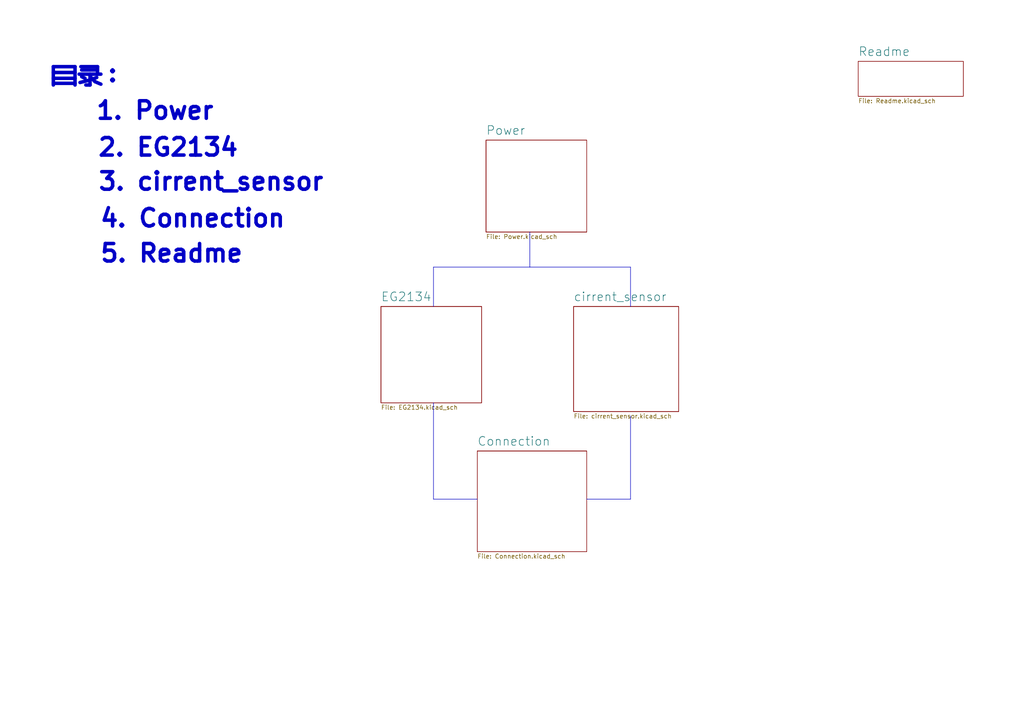
<source format=kicad_sch>
(kicad_sch
	(version 20231120)
	(generator "eeschema")
	(generator_version "8.0")
	(uuid "a69a3027-f6f2-4dc7-8446-d1a07c691b27")
	(paper "A4")
	(lib_symbols)
	(polyline
		(pts
			(xy 182.88 77.47) (xy 182.88 88.9)
		)
		(stroke
			(width 0)
			(type default)
		)
		(uuid "00876d0e-b971-43e8-9756-0b1237a3b3d2")
	)
	(polyline
		(pts
			(xy 182.88 120.65) (xy 182.88 144.78)
		)
		(stroke
			(width 0)
			(type default)
		)
		(uuid "07d2b540-1921-4def-b866-7066da203c7e")
	)
	(polyline
		(pts
			(xy 125.73 116.84) (xy 125.73 144.78)
		)
		(stroke
			(width 0)
			(type default)
		)
		(uuid "16d62f10-c203-407c-9a94-c6c8334b4588")
	)
	(polyline
		(pts
			(xy 153.67 77.47) (xy 125.73 77.47)
		)
		(stroke
			(width 0)
			(type default)
		)
		(uuid "48c84608-bd3a-45d8-918c-70e7b35affd8")
	)
	(polyline
		(pts
			(xy 125.73 77.47) (xy 125.73 88.9)
		)
		(stroke
			(width 0)
			(type default)
		)
		(uuid "782ac84d-e67b-4d2b-a461-911bd2ca6d70")
	)
	(polyline
		(pts
			(xy 153.67 67.31) (xy 153.67 77.47)
		)
		(stroke
			(width 0)
			(type default)
		)
		(uuid "a7c80676-4fab-4162-836f-6325c2124d30")
	)
	(polyline
		(pts
			(xy 125.73 144.78) (xy 138.43 144.78)
		)
		(stroke
			(width 0)
			(type default)
		)
		(uuid "cc4d1b80-c61c-41fd-87d2-3c02e1c1b6ef")
	)
	(polyline
		(pts
			(xy 153.67 77.47) (xy 182.88 77.47)
		)
		(stroke
			(width 0)
			(type default)
		)
		(uuid "dc300be2-ac2d-4e8f-830e-26293240254f")
	)
	(polyline
		(pts
			(xy 170.18 144.78) (xy 182.88 144.78)
		)
		(stroke
			(width 0)
			(type default)
		)
		(uuid "dc54705a-82da-41c1-9233-9e1e512b4d16")
	)
	(text "2. EG2134\n"
		(exclude_from_sim no)
		(at 48.768 42.926 0)
		(effects
			(font
				(size 5.08 5.08)
				(thickness 1.016)
				(bold yes)
			)
			(href "#2")
		)
		(uuid "6105fed6-77c0-4a89-98b6-a7f3d9b2609d")
	)
	(text "1. Power"
		(exclude_from_sim no)
		(at 44.958 32.258 0)
		(effects
			(font
				(size 5.08 5.08)
				(thickness 1.016)
				(bold yes)
			)
			(href "#3")
		)
		(uuid "657023b3-2286-40c5-9af8-bc7facd49dc3")
	)
	(text "3. cirrent_sensor"
		(exclude_from_sim no)
		(at 61.214 52.832 0)
		(effects
			(font
				(size 5.08 5.08)
				(thickness 1.016)
				(bold yes)
			)
			(href "#4")
		)
		(uuid "804c3c26-e92c-4204-bdb8-971a1a23c8e1")
	)
	(text "目录：\n"
		(exclude_from_sim no)
		(at 25.146 22.606 0)
		(effects
			(font
				(size 5.08 5.08)
				(thickness 1.016)
				(bold yes)
			)
		)
		(uuid "8fcd5b80-2ef0-4319-9544-606e3966f53f")
	)
	(text "4. Connection\n"
		(exclude_from_sim no)
		(at 55.88 63.5 0)
		(effects
			(font
				(size 5.08 5.08)
				(thickness 1.016)
				(bold yes)
			)
			(href "#5")
		)
		(uuid "dd74b700-d15a-4537-b9b5-4b64b80a85a3")
	)
	(text "5. Readme\n"
		(exclude_from_sim no)
		(at 49.784 73.66 0)
		(effects
			(font
				(size 5.08 5.08)
				(thickness 1.016)
				(bold yes)
			)
			(href "#6")
		)
		(uuid "fea68687-dc78-4c66-a882-87d0417e5e67")
	)
	(sheet
		(at 166.37 88.9)
		(size 30.48 30.48)
		(fields_autoplaced yes)
		(stroke
			(width 0.1524)
			(type solid)
		)
		(fill
			(color 0 0 0 0.0000)
		)
		(uuid "21110f3f-8b94-4208-8823-8df462e77b18")
		(property "Sheetname" "cirrent_sensor"
			(at 166.37 87.5534 0)
			(effects
				(font
					(size 2.54 2.54)
				)
				(justify left bottom)
			)
		)
		(property "Sheetfile" "cirrent_sensor.kicad_sch"
			(at 166.37 119.9646 0)
			(effects
				(font
					(size 1.27 1.27)
				)
				(justify left top)
			)
		)
		(instances
			(project "EG2134_single_motor_drive"
				(path "/a69a3027-f6f2-4dc7-8446-d1a07c691b27"
					(page "4")
				)
			)
		)
	)
	(sheet
		(at 248.92 17.78)
		(size 30.48 10.16)
		(fields_autoplaced yes)
		(stroke
			(width 0.1524)
			(type solid)
		)
		(fill
			(color 0 0 0 0.0000)
		)
		(uuid "5ff331c9-7c2f-41d8-a95e-e14deb86db03")
		(property "Sheetname" "Readme"
			(at 248.92 16.4334 0)
			(effects
				(font
					(size 2.54 2.54)
				)
				(justify left bottom)
			)
		)
		(property "Sheetfile" "Readme.kicad_sch"
			(at 248.92 28.5246 0)
			(effects
				(font
					(size 1.27 1.27)
				)
				(justify left top)
			)
		)
		(instances
			(project "EG2134_single_motor_drive"
				(path "/a69a3027-f6f2-4dc7-8446-d1a07c691b27"
					(page "6")
				)
			)
		)
	)
	(sheet
		(at 110.49 88.9)
		(size 29.21 27.94)
		(fields_autoplaced yes)
		(stroke
			(width 0.1524)
			(type solid)
		)
		(fill
			(color 0 0 0 0.0000)
		)
		(uuid "6cb0f8ed-3a70-4925-8fa9-1ab8fbcbb84a")
		(property "Sheetname" "EG2134"
			(at 110.49 87.5534 0)
			(effects
				(font
					(size 2.54 2.54)
				)
				(justify left bottom)
			)
		)
		(property "Sheetfile" "EG2134.kicad_sch"
			(at 110.49 117.4246 0)
			(effects
				(font
					(size 1.27 1.27)
				)
				(justify left top)
			)
		)
		(instances
			(project "EG2134_single_motor_drive"
				(path "/a69a3027-f6f2-4dc7-8446-d1a07c691b27"
					(page "2")
				)
			)
		)
	)
	(sheet
		(at 138.43 130.81)
		(size 31.75 29.21)
		(fields_autoplaced yes)
		(stroke
			(width 0.1524)
			(type solid)
		)
		(fill
			(color 0 0 0 0.0000)
		)
		(uuid "9b51b494-1b93-4e31-bc4e-8becface2ca1")
		(property "Sheetname" "Connection"
			(at 138.43 129.4634 0)
			(effects
				(font
					(size 2.54 2.54)
				)
				(justify left bottom)
			)
		)
		(property "Sheetfile" "Connection.kicad_sch"
			(at 138.43 160.6046 0)
			(effects
				(font
					(size 1.27 1.27)
				)
				(justify left top)
			)
		)
		(instances
			(project "EG2134_single_motor_drive"
				(path "/a69a3027-f6f2-4dc7-8446-d1a07c691b27"
					(page "5")
				)
			)
		)
	)
	(sheet
		(at 140.97 40.64)
		(size 29.21 26.67)
		(fields_autoplaced yes)
		(stroke
			(width 0.1524)
			(type solid)
		)
		(fill
			(color 0 0 0 0.0000)
		)
		(uuid "c784a5b9-792f-4178-b63e-bae01c34cf3b")
		(property "Sheetname" "Power"
			(at 140.97 39.2934 0)
			(effects
				(font
					(size 2.54 2.54)
				)
				(justify left bottom)
			)
		)
		(property "Sheetfile" "Power.kicad_sch"
			(at 140.97 67.8946 0)
			(effects
				(font
					(size 1.27 1.27)
				)
				(justify left top)
			)
		)
		(instances
			(project "EG2134_single_motor_drive"
				(path "/a69a3027-f6f2-4dc7-8446-d1a07c691b27"
					(page "3")
				)
			)
		)
	)
	(sheet_instances
		(path "/"
			(page "1")
		)
	)
)

</source>
